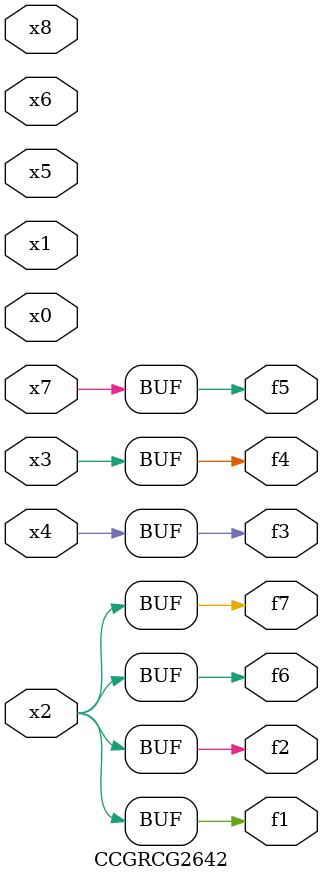
<source format=v>
module CCGRCG2642(
	input x0, x1, x2, x3, x4, x5, x6, x7, x8,
	output f1, f2, f3, f4, f5, f6, f7
);
	assign f1 = x2;
	assign f2 = x2;
	assign f3 = x4;
	assign f4 = x3;
	assign f5 = x7;
	assign f6 = x2;
	assign f7 = x2;
endmodule

</source>
